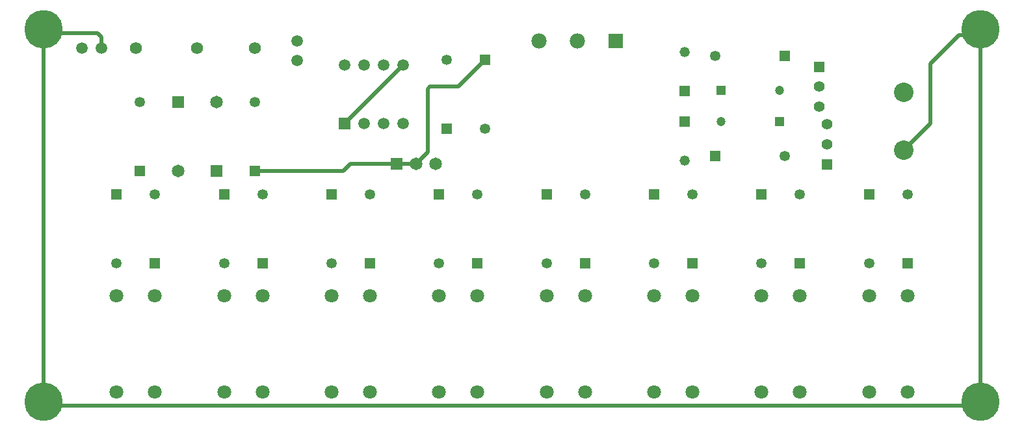
<source format=gbr>
G04*
G04 #@! TF.GenerationSoftware,Altium Limited,Altium Designer,24.5.1 (21)*
G04*
G04 Layer_Physical_Order=2*
G04 Layer_Color=16711680*
%FSLAX25Y25*%
%MOIN*%
G70*
G04*
G04 #@! TF.SameCoordinates,3106325B-D942-48A4-ABE3-467AB4579E9E*
G04*
G04*
G04 #@! TF.FilePolarity,Positive*
G04*
G01*
G75*
%ADD24R,0.05200X0.05200*%
%ADD25C,0.05200*%
%ADD26R,0.04724X0.04724*%
%ADD27C,0.04724*%
%ADD38C,0.01968*%
%ADD39R,0.06496X0.06496*%
%ADD40C,0.06496*%
%ADD41C,0.05315*%
%ADD42R,0.05315X0.05315*%
%ADD43C,0.07795*%
%ADD44R,0.07795X0.07795*%
%ADD45R,0.05315X0.05315*%
%ADD46R,0.05512X0.05512*%
%ADD47C,0.05512*%
%ADD48C,0.10000*%
%ADD49C,0.05906*%
%ADD50C,0.06181*%
%ADD51R,0.06496X0.06496*%
%ADD52C,0.07087*%
%ADD53C,0.19685*%
%ADD54R,0.05906X0.05906*%
D24*
X342520Y172913D02*
D03*
Y157480D02*
D03*
D25*
Y192913D02*
D03*
Y137480D02*
D03*
D26*
X390996Y157480D02*
D03*
X360972Y173228D02*
D03*
D27*
X360972Y157480D02*
D03*
X390996Y173228D02*
D03*
D38*
X171260Y135827D02*
X194882D01*
X167323Y131890D02*
X171260Y135827D01*
X122047Y131890D02*
X167323D01*
X194882Y135827D02*
X204882D01*
X210630Y141575D01*
Y174044D01*
X483078Y201582D02*
X490952D01*
X468504Y156460D02*
Y187008D01*
X490952Y201582D02*
X494095Y204724D01*
X468504Y187008D02*
X483078Y201582D01*
X454724Y142680D02*
X468504Y156460D01*
X211783Y175197D02*
X226378D01*
X210630Y174044D02*
X211783Y175197D01*
X226378D02*
X240158Y188976D01*
X13780Y13780D02*
X15748Y11811D01*
X492126D01*
X494095Y13780D01*
Y204724D01*
X13780Y13780D02*
Y204724D01*
X15748Y202756D01*
X41339D01*
X43307Y194882D02*
Y200787D01*
X41339Y202756D02*
X43307Y200787D01*
X168071Y156260D02*
X198071Y186260D01*
D39*
X194882Y135827D02*
D03*
D40*
X204882D02*
D03*
X214882D02*
D03*
X102362Y167323D02*
D03*
X82677Y131890D02*
D03*
D41*
X216535Y84646D02*
D03*
X240158Y153543D02*
D03*
X220472Y188976D02*
D03*
X393701Y139764D02*
D03*
X358268Y190945D02*
D03*
X62992Y167323D02*
D03*
X122047D02*
D03*
X456693Y120079D02*
D03*
X437008Y84646D02*
D03*
X401575Y120079D02*
D03*
X381890Y84646D02*
D03*
X346457Y120079D02*
D03*
X326772Y84646D02*
D03*
X291339Y120079D02*
D03*
X271654Y84646D02*
D03*
X236221Y120079D02*
D03*
X181102D02*
D03*
X161417Y84646D02*
D03*
X125984Y120079D02*
D03*
X106299Y84646D02*
D03*
X70866Y120079D02*
D03*
X51181Y84646D02*
D03*
D42*
X216535Y120079D02*
D03*
X240158Y188976D02*
D03*
X220472Y153543D02*
D03*
X62992Y131890D02*
D03*
X122047D02*
D03*
X456693Y84646D02*
D03*
X437008Y120079D02*
D03*
X401575Y84646D02*
D03*
X381890Y120079D02*
D03*
X346457Y84646D02*
D03*
X326772Y120079D02*
D03*
X291339Y84646D02*
D03*
X271654Y120079D02*
D03*
X236221Y84646D02*
D03*
X181102D02*
D03*
X161417Y120079D02*
D03*
X125984Y84646D02*
D03*
X106299Y120079D02*
D03*
X70866Y84646D02*
D03*
X51181Y120079D02*
D03*
D43*
X267717Y198819D02*
D03*
X287402D02*
D03*
D44*
X307087D02*
D03*
D45*
X358268Y139764D02*
D03*
X393701Y190945D02*
D03*
D46*
X411417Y185433D02*
D03*
X415354Y135433D02*
D03*
D47*
X411417Y164961D02*
D03*
Y175197D02*
D03*
X415354Y145669D02*
D03*
Y155905D02*
D03*
D48*
X454724Y142680D02*
D03*
Y172280D02*
D03*
D49*
X143701Y188819D02*
D03*
Y198819D02*
D03*
X33307Y194882D02*
D03*
X43307D02*
D03*
X178071Y156260D02*
D03*
X188071D02*
D03*
X198071D02*
D03*
X168071Y186260D02*
D03*
X178071D02*
D03*
X188071D02*
D03*
X198071D02*
D03*
D50*
X122047Y194882D02*
D03*
X92520D02*
D03*
X61024D02*
D03*
D51*
X102362Y131890D02*
D03*
X82677Y167323D02*
D03*
D52*
X291339Y67913D02*
D03*
Y18701D02*
D03*
X271654Y67913D02*
D03*
Y18701D02*
D03*
X456693Y67913D02*
D03*
Y18701D02*
D03*
X437008Y67913D02*
D03*
Y18701D02*
D03*
X346457Y67913D02*
D03*
Y18701D02*
D03*
X326772Y67913D02*
D03*
Y18701D02*
D03*
X401575Y67913D02*
D03*
Y18701D02*
D03*
X381890Y67913D02*
D03*
Y18701D02*
D03*
X125984Y67913D02*
D03*
Y18701D02*
D03*
X106299Y67913D02*
D03*
Y18701D02*
D03*
X181102Y67913D02*
D03*
Y18701D02*
D03*
X161417Y67913D02*
D03*
Y18701D02*
D03*
X236221Y67913D02*
D03*
Y18701D02*
D03*
X216535Y67913D02*
D03*
Y18701D02*
D03*
X51181D02*
D03*
Y67913D02*
D03*
X70866Y18701D02*
D03*
Y67913D02*
D03*
D53*
X494095Y13780D02*
D03*
Y204724D02*
D03*
X13780Y13780D02*
D03*
Y204724D02*
D03*
D54*
X168071Y156260D02*
D03*
M02*

</source>
